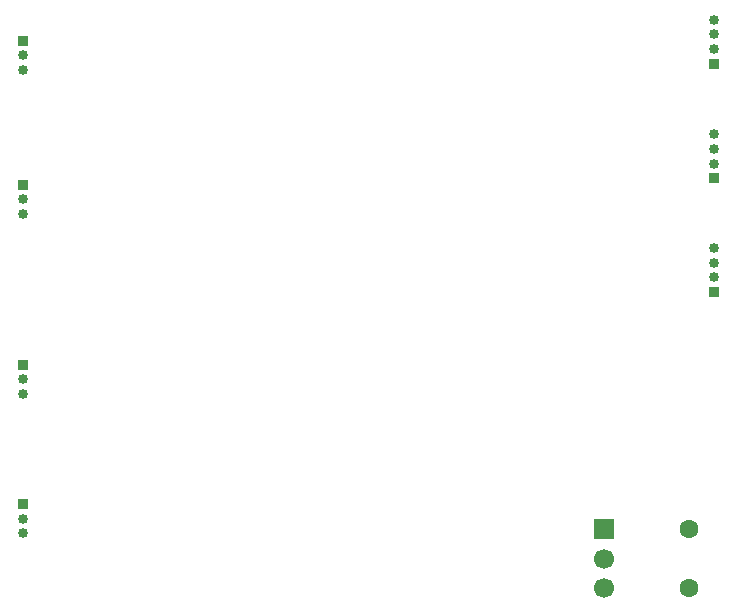
<source format=gbr>
%FSTAX23Y23*%
%MOIN*%
%SFA1B1*%

%IPPOS*%
%ADD21R,0.033465X0.033465*%
%ADD22C,0.033465*%
%ADD23R,0.066929X0.066929*%
%ADD24C,0.066929*%
%ADD25C,0.062992*%
%LNacoustics_4_pads_bot-1*%
%LPD*%
G54D21*
X0253Y01951D03*
X00225Y02029D03*
Y01549D03*
Y00949D03*
Y00485D03*
X0253Y0157D03*
Y0119D03*
G54D22*
X00225Y0193D03*
Y0198D03*
Y015D03*
Y0145D03*
Y0085D03*
Y009D03*
Y00435D03*
Y00386D03*
X0253Y02099D03*
Y0205D03*
Y02D03*
Y01619D03*
Y01668D03*
Y01717D03*
Y01338D03*
Y01289D03*
Y0124D03*
G54D23*
X02162Y004D03*
G54D24*
X02162Y00301D03*
Y00203D03*
G54D25*
X02445Y004D03*
Y00203D03*
M02*
</source>
